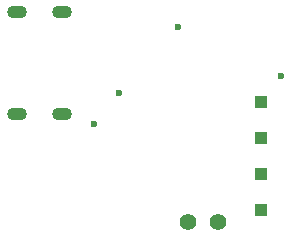
<source format=gbr>
%TF.GenerationSoftware,KiCad,Pcbnew,9.0.3*%
%TF.CreationDate,2025-11-25T19:37:03-05:00*%
%TF.ProjectId,Wren,5772656e-2e6b-4696-9361-645f70636258,rev?*%
%TF.SameCoordinates,Original*%
%TF.FileFunction,Copper,L3,Inr*%
%TF.FilePolarity,Positive*%
%FSLAX46Y46*%
G04 Gerber Fmt 4.6, Leading zero omitted, Abs format (unit mm)*
G04 Created by KiCad (PCBNEW 9.0.3) date 2025-11-25 19:37:03*
%MOMM*%
%LPD*%
G01*
G04 APERTURE LIST*
%TA.AperFunction,HeatsinkPad*%
%ADD10O,1.700000X1.100000*%
%TD*%
%TA.AperFunction,ComponentPad*%
%ADD11R,1.000000X1.000000*%
%TD*%
%TA.AperFunction,ComponentPad*%
%ADD12C,1.400000*%
%TD*%
%TA.AperFunction,ViaPad*%
%ADD13C,0.600000*%
%TD*%
G04 APERTURE END LIST*
D10*
%TO.N,GND*%
%TO.C,J13*%
X92050000Y-172160000D03*
X88250000Y-172160000D03*
X92050000Y-180800000D03*
X88250000Y-180800000D03*
%TD*%
D11*
%TO.N,GND*%
%TO.C,J11*%
X108950000Y-182800000D03*
%TD*%
%TO.N,Net-(D144-K)*%
%TO.C,J10*%
X108950000Y-179750000D03*
%TD*%
%TO.N,Net-(J12-Pin_1)*%
%TO.C,J12*%
X108950000Y-188900000D03*
%TD*%
D12*
%TO.N,Net-(U6-EN)*%
%TO.C,TP2*%
X105250000Y-189950000D03*
%TO.N,Net-(J12-Pin_1)*%
X102710000Y-189950000D03*
%TD*%
D11*
%TO.N,Net-(J14-Pin_1)*%
%TO.C,J14*%
X108950000Y-185850000D03*
%TD*%
D13*
%TO.N,Net-(D145-A)*%
X110600000Y-177600000D03*
%TO.N,Net-(D144-K)*%
X94800000Y-181650000D03*
%TO.N,Net-(D145-A)*%
X101850000Y-173450000D03*
X96850000Y-179000000D03*
%TD*%
M02*

</source>
